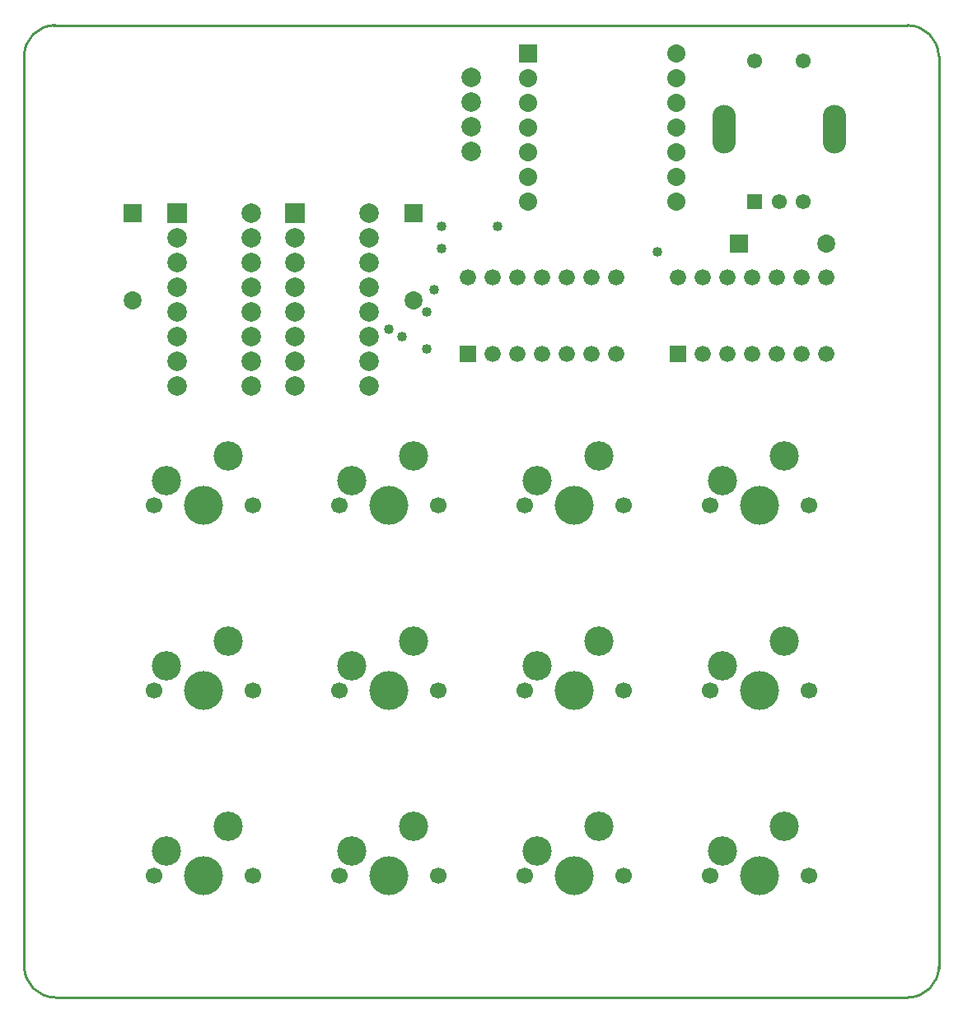
<source format=gbs>
G04*
G04 #@! TF.GenerationSoftware,Altium Limited,Altium Designer,25.3.3 (18)*
G04*
G04 Layer_Color=16711935*
%FSLAX43Y43*%
%MOMM*%
G71*
G04*
G04 #@! TF.SameCoordinates,C300852C-C8DC-408C-B86D-D4AF72776700*
G04*
G04*
G04 #@! TF.FilePolarity,Negative*
G04*
G01*
G75*
%ADD10C,0.254*%
%ADD16C,2.008*%
%ADD17C,4.000*%
%ADD18C,1.700*%
%ADD19C,3.008*%
%ADD20R,2.008X2.008*%
%ADD21R,1.858X1.858*%
%ADD22C,1.858*%
%ADD23C,1.866*%
%ADD24R,1.866X1.866*%
%ADD25C,1.550*%
%ADD26R,1.550X1.550*%
G04:AMPARAMS|DCode=27|XSize=2.4mm|YSize=5mm|CornerRadius=1.2mm|HoleSize=0mm|Usage=FLASHONLY|Rotation=0.000|XOffset=0mm|YOffset=0mm|HoleType=Round|Shape=RoundedRectangle|*
%AMROUNDEDRECTD27*
21,1,2.400,2.600,0,0,0.0*
21,1,0.000,5.000,0,0,0.0*
1,1,2.400,0.000,-1.300*
1,1,2.400,0.000,-1.300*
1,1,2.400,0.000,1.300*
1,1,2.400,0.000,1.300*
%
%ADD27ROUNDEDRECTD27*%
%ADD28R,1.678X1.678*%
%ADD29C,1.678*%
%ADD30R,1.858X1.858*%
%ADD31C,1.016*%
D10*
X157571Y204608D02*
G03*
X154397Y201434I0J-3175D01*
G01*
X245232Y104597D02*
G03*
X248407Y107772I0J3175D01*
G01*
X154408D02*
G03*
X157583Y104597I3175J0D01*
G01*
X248382Y201422D02*
G03*
X245207Y204597I-3175J0D01*
G01*
X154397Y107772D02*
X154397Y201434D01*
X248397Y201422D02*
X248397Y107520D01*
X157583Y104597D02*
X245232Y104597D01*
X157302Y204597D02*
X245207Y204597D01*
D16*
X200327Y199263D02*
D03*
Y196723D02*
D03*
Y194183D02*
D03*
Y191643D02*
D03*
X177775Y167513D02*
D03*
Y170053D02*
D03*
Y172593D02*
D03*
Y175133D02*
D03*
Y177673D02*
D03*
Y180213D02*
D03*
Y182753D02*
D03*
Y185293D02*
D03*
X170155Y167513D02*
D03*
Y170053D02*
D03*
Y172593D02*
D03*
Y175133D02*
D03*
Y177673D02*
D03*
Y180213D02*
D03*
Y182753D02*
D03*
X189840Y167513D02*
D03*
Y170053D02*
D03*
Y172593D02*
D03*
Y175133D02*
D03*
Y177673D02*
D03*
Y180213D02*
D03*
Y182753D02*
D03*
Y185293D02*
D03*
X182220Y167513D02*
D03*
Y170053D02*
D03*
Y172593D02*
D03*
Y175133D02*
D03*
Y177673D02*
D03*
Y180213D02*
D03*
Y182753D02*
D03*
D17*
X229972Y117094D02*
D03*
X210922D02*
D03*
X191872D02*
D03*
X172822D02*
D03*
X229972Y136144D02*
D03*
X210922D02*
D03*
X191872D02*
D03*
X172822D02*
D03*
X229972Y155194D02*
D03*
X210922D02*
D03*
X191872D02*
D03*
X172822D02*
D03*
D18*
X235052Y117094D02*
D03*
X224892D02*
D03*
X216002D02*
D03*
X205842D02*
D03*
X196952D02*
D03*
X186792D02*
D03*
X177902D02*
D03*
X167742D02*
D03*
X235052Y136144D02*
D03*
X224892D02*
D03*
X216002D02*
D03*
X205842D02*
D03*
X196952D02*
D03*
X186792D02*
D03*
X177902D02*
D03*
X167742D02*
D03*
X235052Y155194D02*
D03*
X224892D02*
D03*
X216002D02*
D03*
X205842D02*
D03*
X196952D02*
D03*
X186792D02*
D03*
X177902D02*
D03*
X167742D02*
D03*
D19*
X232512Y122174D02*
D03*
X226162Y119634D02*
D03*
X213462Y122174D02*
D03*
X207112Y119634D02*
D03*
X194412Y122174D02*
D03*
X188062Y119634D02*
D03*
X175362Y122174D02*
D03*
X169012Y119634D02*
D03*
X232512Y141224D02*
D03*
X226162Y138684D02*
D03*
X213462Y141224D02*
D03*
X207112Y138684D02*
D03*
X194412Y141224D02*
D03*
X188062Y138684D02*
D03*
X175362Y141224D02*
D03*
X169012Y138684D02*
D03*
X232512Y160274D02*
D03*
X226162Y157734D02*
D03*
X213462Y160274D02*
D03*
X207112Y157734D02*
D03*
X194412Y160274D02*
D03*
X188062Y157734D02*
D03*
X175362Y160274D02*
D03*
X169012Y157734D02*
D03*
D20*
X170155Y185293D02*
D03*
X182220D02*
D03*
D21*
X165563D02*
D03*
X194432D02*
D03*
D22*
X165563Y176293D02*
D03*
X236830Y182118D02*
D03*
X194432Y176293D02*
D03*
D23*
X221463Y194056D02*
D03*
Y191516D02*
D03*
Y188976D02*
D03*
Y186436D02*
D03*
Y196596D02*
D03*
Y199136D02*
D03*
Y201676D02*
D03*
X206223Y194056D02*
D03*
Y191516D02*
D03*
Y188976D02*
D03*
Y186436D02*
D03*
Y196596D02*
D03*
Y199136D02*
D03*
D24*
Y201676D02*
D03*
D25*
X229504Y200929D02*
D03*
X234504D02*
D03*
Y186429D02*
D03*
X232004D02*
D03*
D26*
X229504D02*
D03*
D27*
X237704Y193929D02*
D03*
X226304D02*
D03*
D28*
X221590Y170815D02*
D03*
X200000Y170815D02*
D03*
D29*
X224130Y170815D02*
D03*
X226670D02*
D03*
X229210D02*
D03*
X231750D02*
D03*
X234290D02*
D03*
X236830D02*
D03*
Y178685D02*
D03*
X234290D02*
D03*
X231750D02*
D03*
X229210D02*
D03*
X226670D02*
D03*
X224130D02*
D03*
X221590D02*
D03*
X202540Y170815D02*
D03*
X205080D02*
D03*
X207620D02*
D03*
X210160D02*
D03*
X212700D02*
D03*
X215240D02*
D03*
Y178685D02*
D03*
X212700D02*
D03*
X210160D02*
D03*
X207620D02*
D03*
X205080D02*
D03*
X202540D02*
D03*
X200000D02*
D03*
D30*
X227830Y182118D02*
D03*
D31*
X195732Y175133D02*
D03*
X219495Y181293D02*
D03*
X203048Y183959D02*
D03*
X197333D02*
D03*
Y181618D02*
D03*
X196571Y177419D02*
D03*
X195732Y171345D02*
D03*
X193232Y172593D02*
D03*
X191872Y173355D02*
D03*
M02*

</source>
